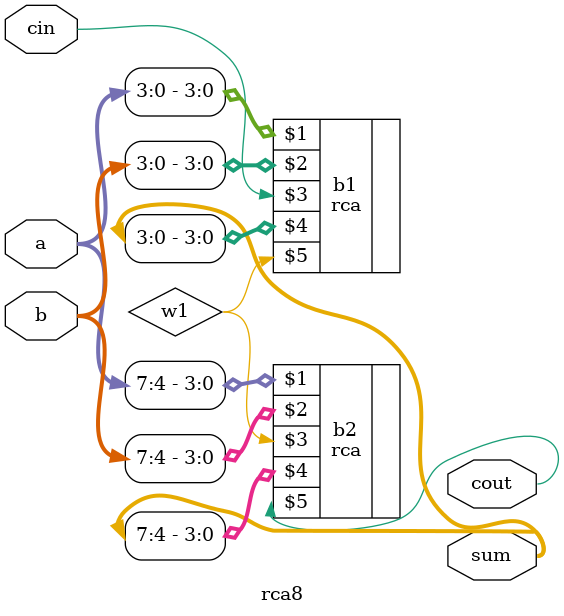
<source format=sv>
module rca8(input[7:0]a,b,input cin, output[7:0]sum, output cout);
    wire w1;
    rca b1(a[3:0],b[3:0],cin,sum[3:0],w1);
    rca b2(a[7:4],b[7:4],w1,sum[7:4],cout);
  endmodule

</source>
